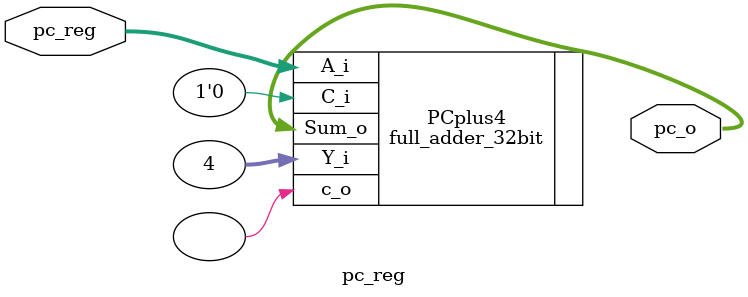
<source format=sv>
module pc_reg (
  input  wire  [31:0]  pc_reg,
  output reg   [31:0]  pc_o
);
  full_adder_32bit PCplus4 (
    .A_i(pc_reg),
    .Y_i(32'd4),
    .C_i(1'b0),
    .Sum_o(pc_o),
    .c_o()
  );

endmodule

</source>
